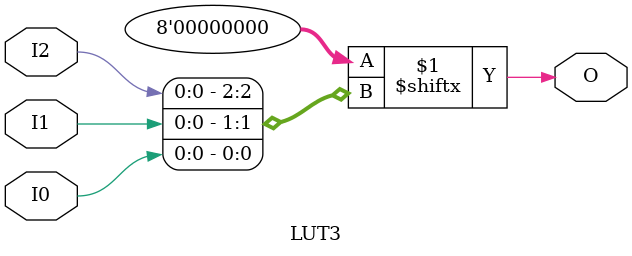
<source format=v>
module LUT3 #(parameter INIT=8'h00) (input wire I0,I1,I2,
                                     output wire O);

    assign O=INIT[{I2,I1,I0}];

endmodule
</source>
